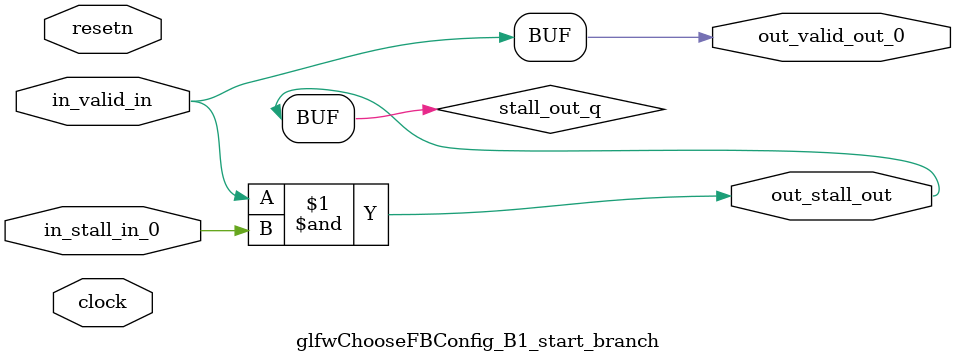
<source format=sv>



(* altera_attribute = "-name AUTO_SHIFT_REGISTER_RECOGNITION OFF; -name MESSAGE_DISABLE 10036; -name MESSAGE_DISABLE 10037; -name MESSAGE_DISABLE 14130; -name MESSAGE_DISABLE 14320; -name MESSAGE_DISABLE 15400; -name MESSAGE_DISABLE 14130; -name MESSAGE_DISABLE 10036; -name MESSAGE_DISABLE 12020; -name MESSAGE_DISABLE 12030; -name MESSAGE_DISABLE 12010; -name MESSAGE_DISABLE 12110; -name MESSAGE_DISABLE 14320; -name MESSAGE_DISABLE 13410; -name MESSAGE_DISABLE 113007; -name MESSAGE_DISABLE 10958" *)
module glfwChooseFBConfig_B1_start_branch (
    input wire [0:0] in_stall_in_0,
    input wire [0:0] in_valid_in,
    output wire [0:0] out_stall_out,
    output wire [0:0] out_valid_out_0,
    input wire clock,
    input wire resetn
    );

    wire [0:0] stall_out_q;


    // stall_out(LOGICAL,6)
    assign stall_out_q = in_valid_in & in_stall_in_0;

    // out_stall_out(GPOUT,4)
    assign out_stall_out = stall_out_q;

    // out_valid_out_0(GPOUT,5)
    assign out_valid_out_0 = in_valid_in;

endmodule

</source>
